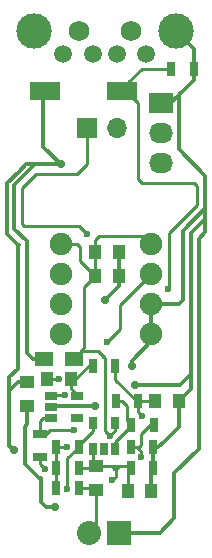
<source format=gbr>
G04 #@! TF.FileFunction,Copper,L2,Bot,Signal*
%FSLAX46Y46*%
G04 Gerber Fmt 4.6, Leading zero omitted, Abs format (unit mm)*
G04 Created by KiCad (PCBNEW 4.0.4-stable) date 01/28/17 22:02:24*
%MOMM*%
%LPD*%
G01*
G04 APERTURE LIST*
%ADD10C,0.100000*%
%ADD11R,2.500000X1.600000*%
%ADD12R,0.700000X1.300000*%
%ADD13R,1.000000X1.250000*%
%ADD14C,1.905000*%
%ADD15R,1.500000X1.250000*%
%ADD16R,1.250000X1.000000*%
%ADD17C,1.750000*%
%ADD18C,1.501140*%
%ADD19C,2.999740*%
%ADD20R,2.032000X1.727200*%
%ADD21O,2.032000X1.727200*%
%ADD22R,2.032000X2.032000*%
%ADD23O,2.032000X2.032000*%
%ADD24R,1.300000X0.700000*%
%ADD25R,0.650000X1.060000*%
%ADD26R,1.060000X0.650000*%
%ADD27R,1.700000X1.700000*%
%ADD28O,1.700000X1.700000*%
%ADD29C,0.700000*%
%ADD30C,0.600000*%
%ADD31C,0.350000*%
%ADD32C,0.250000*%
G04 APERTURE END LIST*
D10*
D11*
X145760000Y-62480000D03*
X152260000Y-62480000D03*
D12*
X151730000Y-88750000D03*
X153630000Y-88750000D03*
D13*
X152000000Y-78190000D03*
X150000000Y-78190000D03*
D14*
X154740000Y-75480000D03*
X154740000Y-78020000D03*
X154740000Y-80560000D03*
X154740000Y-83100000D03*
X147120000Y-83100000D03*
X147120000Y-80560000D03*
X147120000Y-78020000D03*
X147120000Y-75480000D03*
D15*
X148160000Y-85190000D03*
X145660000Y-85190000D03*
D16*
X144260000Y-87190000D03*
X144260000Y-89190000D03*
D13*
X152010000Y-76150000D03*
X150010000Y-76150000D03*
D12*
X158350000Y-60610000D03*
X156450000Y-60610000D03*
D16*
X150090000Y-94280000D03*
X150090000Y-96280000D03*
D13*
X157080000Y-88750000D03*
X155080000Y-88750000D03*
X147930000Y-86930000D03*
X145930000Y-86930000D03*
X154750000Y-96340000D03*
X152750000Y-96340000D03*
D17*
X148600000Y-57400000D03*
X153000000Y-57400000D03*
D18*
X154300000Y-59400000D03*
X151800000Y-59400000D03*
X149800000Y-59400000D03*
X147300000Y-59400000D03*
D19*
X156800000Y-57400000D03*
X144800000Y-57400000D03*
D20*
X155570000Y-63570000D03*
D21*
X155570000Y-66110000D03*
X155570000Y-68650000D03*
D22*
X152030000Y-99910000D03*
D23*
X149490000Y-99910000D03*
D12*
X154900000Y-92670000D03*
X153000000Y-92670000D03*
X148600000Y-96150000D03*
X146700000Y-96150000D03*
X146700000Y-94390000D03*
X148600000Y-94390000D03*
X148600000Y-92640000D03*
X146700000Y-92640000D03*
X154950000Y-90790000D03*
X153050000Y-90790000D03*
X152990000Y-94430000D03*
X154890000Y-94430000D03*
D24*
X145320000Y-93480000D03*
X145320000Y-91580000D03*
D12*
X151690000Y-85770000D03*
X149790000Y-85770000D03*
D25*
X151680000Y-92790000D03*
X150730000Y-92790000D03*
X149780000Y-92790000D03*
X149780000Y-90590000D03*
X151680000Y-90590000D03*
D26*
X146240000Y-90230000D03*
X146240000Y-89280000D03*
X146240000Y-88330000D03*
X148440000Y-88330000D03*
X148440000Y-90230000D03*
D27*
X149290000Y-65610000D03*
D28*
X151830000Y-65610000D03*
D29*
X150830000Y-80180000D03*
X150020000Y-89210000D03*
X153340000Y-87420000D03*
X146590000Y-97700000D03*
X153100000Y-85760000D03*
X143090000Y-92950000D03*
X147080000Y-68720000D03*
D30*
X147650000Y-92690000D03*
X151230000Y-91700000D03*
X156120000Y-79240000D03*
X149310000Y-74630000D03*
X151450000Y-95440000D03*
X147420000Y-88270000D03*
X148180000Y-91230000D03*
X146890000Y-86910000D03*
X150970000Y-83790000D03*
X153980000Y-90020000D03*
X145760000Y-94510000D03*
X153910000Y-93540000D03*
X147630000Y-96240000D03*
D31*
X152000000Y-78190000D02*
X152000000Y-79010000D01*
X152000000Y-79010000D02*
X150830000Y-80180000D01*
X152030000Y-99910000D02*
X155470000Y-99910000D01*
X158760000Y-81830000D02*
X158760000Y-75580000D01*
X158760000Y-75020000D02*
X159330000Y-74450000D01*
X159330000Y-74450000D02*
X159330000Y-73340000D01*
X158760000Y-75580000D02*
X158760000Y-75020000D01*
X158760000Y-84690000D02*
X158760000Y-81830000D01*
X158760000Y-92830000D02*
X158760000Y-84690000D01*
X156710000Y-94880000D02*
X158760000Y-92830000D01*
X156710000Y-98670000D02*
X156710000Y-94880000D01*
X155470000Y-99910000D02*
X156710000Y-98670000D01*
X144260000Y-89190000D02*
X144260000Y-90740000D01*
X144050000Y-94080000D02*
X145390000Y-95420000D01*
X144050000Y-90950000D02*
X144050000Y-94080000D01*
X144260000Y-90740000D02*
X144050000Y-90950000D01*
X146330000Y-89250000D02*
X146370000Y-89210000D01*
X146370000Y-89210000D02*
X150020000Y-89210000D01*
X158110000Y-86480000D02*
X157190000Y-87400000D01*
X154170000Y-87400000D02*
X157190000Y-87400000D01*
X153360000Y-87400000D02*
X154170000Y-87400000D01*
X153340000Y-87420000D02*
X153360000Y-87400000D01*
X157080000Y-88750000D02*
X158110000Y-87720000D01*
X158110000Y-87720000D02*
X158110000Y-86480000D01*
X158110000Y-74560000D02*
X159330000Y-73340000D01*
X158110000Y-86480000D02*
X158110000Y-84600000D01*
X158110000Y-74680000D02*
X158110000Y-74560000D01*
X158110000Y-84600000D02*
X158110000Y-74750000D01*
X158110000Y-74750000D02*
X158110000Y-74680000D01*
X155880000Y-92140000D02*
X157080000Y-90940000D01*
X154900000Y-92670000D02*
X155350000Y-92670000D01*
X155350000Y-92670000D02*
X155880000Y-92140000D01*
X157080000Y-90940000D02*
X157080000Y-88750000D01*
X145810000Y-97700000D02*
X146590000Y-97700000D01*
X145390000Y-97280000D02*
X145810000Y-97700000D01*
X145390000Y-95280000D02*
X145390000Y-95420000D01*
X145390000Y-95420000D02*
X145390000Y-97280000D01*
X154890000Y-94430000D02*
X154890000Y-92680000D01*
X154890000Y-92680000D02*
X154900000Y-92670000D01*
X154750000Y-96340000D02*
X154750000Y-94570000D01*
X154750000Y-94570000D02*
X154890000Y-94430000D01*
X159330000Y-69680000D02*
X157090000Y-67440000D01*
X159330000Y-72450000D02*
X159330000Y-69680000D01*
X157190000Y-62720000D02*
X157190000Y-62730000D01*
X157090000Y-62820000D02*
X157190000Y-62720000D01*
X157090000Y-67440000D02*
X157090000Y-62820000D01*
X152000000Y-78220000D02*
X152200000Y-78220000D01*
X154740000Y-80560000D02*
X157080000Y-80560000D01*
X157080000Y-80560000D02*
X157455000Y-80185000D01*
X157455000Y-80185000D02*
X157455000Y-78445000D01*
X157455000Y-78445000D02*
X157455000Y-74325000D01*
X157455000Y-74325000D02*
X157505000Y-74275000D01*
X157505000Y-74275000D02*
X159330000Y-72450000D01*
X154740000Y-83100000D02*
X154740000Y-80560000D01*
X154740000Y-83100000D02*
X154740000Y-83700000D01*
X154740000Y-83700000D02*
X153100000Y-85340000D01*
X153100000Y-85760000D02*
X153100000Y-85340000D01*
X155320000Y-63560000D02*
X156360000Y-63560000D01*
X156360000Y-63560000D02*
X157000000Y-62920000D01*
X157010000Y-62910000D02*
X157190000Y-62730000D01*
X157000000Y-62920000D02*
X157010000Y-62910000D01*
X158350000Y-60610000D02*
X158350000Y-58950000D01*
X158350000Y-58950000D02*
X156800000Y-57400000D01*
X158350000Y-61530000D02*
X158350000Y-60610000D01*
X158370000Y-61550000D02*
X158350000Y-61530000D01*
X157190000Y-62730000D02*
X158370000Y-61550000D01*
X159330000Y-73340000D02*
X159330000Y-72450000D01*
X157455000Y-78445000D02*
X157460000Y-78440000D01*
X157460000Y-78440000D02*
X157460000Y-78430000D01*
X152000000Y-78220000D02*
X152000000Y-76320000D01*
X152000000Y-76320000D02*
X152010000Y-76310000D01*
X144260000Y-87190000D02*
X143470000Y-87190000D01*
X143470000Y-87190000D02*
X142730000Y-87930000D01*
X142730000Y-92310000D02*
X142730000Y-92590000D01*
X143480000Y-86010000D02*
X142730000Y-86760000D01*
X142730000Y-86760000D02*
X142730000Y-87930000D01*
X142730000Y-87930000D02*
X142730000Y-92310000D01*
X143480000Y-75510000D02*
X143480000Y-86010000D01*
X142730000Y-92590000D02*
X143090000Y-92950000D01*
X144190000Y-84660000D02*
X144720000Y-85190000D01*
X144190000Y-75530000D02*
X144190000Y-75240000D01*
X144891470Y-68730000D02*
X143160000Y-70461470D01*
X143160000Y-74210000D02*
X143160000Y-70461470D01*
X144190000Y-75240000D02*
X143160000Y-74210000D01*
X144190000Y-84140000D02*
X144190000Y-84660000D01*
X144190000Y-84140000D02*
X144190000Y-75530000D01*
X144720000Y-85190000D02*
X145660000Y-85190000D01*
X147080000Y-68720000D02*
X145580000Y-67220000D01*
X145580000Y-67220000D02*
X145580000Y-62720000D01*
X145710000Y-62590000D02*
X145580000Y-62720000D01*
X143510000Y-75510000D02*
X143480000Y-75510000D01*
X143480000Y-75510000D02*
X143460000Y-75510000D01*
X142540000Y-70330000D02*
X143510000Y-69360000D01*
X147080000Y-68720000D02*
X147070000Y-68730000D01*
X147070000Y-68730000D02*
X144740000Y-68730000D01*
X144740000Y-68730000D02*
X144140000Y-68730000D01*
X143510000Y-69360000D02*
X144140000Y-68730000D01*
X143460000Y-75510000D02*
X142540000Y-74590000D01*
X142540000Y-74590000D02*
X142540000Y-70330000D01*
D32*
X151230000Y-91700000D02*
X150820000Y-91290000D01*
X150820000Y-85140000D02*
X150240000Y-84560000D01*
X150820000Y-91290000D02*
X150820000Y-85140000D01*
X148790000Y-84560000D02*
X149090000Y-84260000D01*
X149090000Y-84260000D02*
X149090000Y-83070000D01*
X150680000Y-85000000D02*
X150240000Y-84560000D01*
X150240000Y-84560000D02*
X148790000Y-84560000D01*
X148790000Y-84560000D02*
X148160000Y-85190000D01*
X149090000Y-83070000D02*
X149050000Y-83030000D01*
X149050000Y-79140000D02*
X150000000Y-78190000D01*
X149050000Y-83030000D02*
X149050000Y-79140000D01*
X151680000Y-90590000D02*
X151680000Y-91250000D01*
X147650000Y-92690000D02*
X146750000Y-92690000D01*
X151680000Y-91250000D02*
X151230000Y-91700000D01*
X146750000Y-92690000D02*
X146700000Y-92640000D01*
X146700000Y-94390000D02*
X146700000Y-92640000D01*
X146700000Y-96150000D02*
X146700000Y-94390000D01*
X150010000Y-76150000D02*
X150010000Y-75100000D01*
X154060000Y-74800000D02*
X154740000Y-75480000D01*
X150310000Y-74800000D02*
X154060000Y-74800000D01*
X150010000Y-75100000D02*
X150310000Y-74800000D01*
X150000000Y-78190000D02*
X149990000Y-78190000D01*
X149990000Y-78190000D02*
X148700000Y-76900000D01*
X148480000Y-75480000D02*
X147120000Y-75480000D01*
X148700000Y-75700000D02*
X148480000Y-75480000D01*
X148700000Y-76900000D02*
X148700000Y-75700000D01*
X150000000Y-78220000D02*
X149770000Y-78220000D01*
X150000000Y-78220000D02*
X150000000Y-76320000D01*
X150000000Y-76320000D02*
X150010000Y-76310000D01*
X150010000Y-76310000D02*
X150010000Y-75860000D01*
X158625000Y-72165000D02*
X158625000Y-70545002D01*
X153620000Y-69970000D02*
X153920000Y-70270000D01*
X153620000Y-63570000D02*
X152770000Y-62720000D01*
X153620000Y-63570000D02*
X153620000Y-69740000D01*
X153620000Y-69740000D02*
X153620000Y-69970000D01*
X153920000Y-70270000D02*
X158349998Y-70270000D01*
X158625000Y-70545002D02*
X158349998Y-70270000D01*
X156230000Y-74560000D02*
X158625000Y-72165000D01*
X156230000Y-79130000D02*
X156230000Y-74560000D01*
X156120000Y-79240000D02*
X156230000Y-79130000D01*
X158625000Y-72165000D02*
X158629999Y-72160001D01*
X152770000Y-62720000D02*
X152770000Y-61770000D01*
X152770000Y-61770000D02*
X153930000Y-60610000D01*
X153930000Y-60610000D02*
X156450000Y-60610000D01*
X149310000Y-74630000D02*
X148640000Y-73960000D01*
X148640000Y-73960000D02*
X145350000Y-73960000D01*
X143760002Y-70709998D02*
X144790002Y-69679998D01*
X145350000Y-73960000D02*
X143950002Y-73960000D01*
X143760002Y-73770000D02*
X143760002Y-70990000D01*
X143950002Y-73960000D02*
X143760002Y-73770000D01*
X149280000Y-65840000D02*
X149280000Y-68720000D01*
X148480000Y-69520000D02*
X149280000Y-68720000D01*
X144950000Y-69520000D02*
X148480000Y-69520000D01*
X144790002Y-69679998D02*
X144950000Y-69520000D01*
X143760002Y-70990000D02*
X143760002Y-70709998D01*
X151450000Y-95440000D02*
X151720000Y-95170000D01*
X151720000Y-94530000D02*
X151720000Y-95170000D01*
X147420000Y-88270000D02*
X146360000Y-88270000D01*
X146360000Y-88270000D02*
X146330000Y-88300000D01*
X151730000Y-94500000D02*
X151620000Y-94500000D01*
X151620000Y-94500000D02*
X151400000Y-94280000D01*
X151720000Y-94500000D02*
X151730000Y-94500000D01*
X151730000Y-94500000D02*
X151790000Y-94500000D01*
X151790000Y-94500000D02*
X152010000Y-94280000D01*
X151720000Y-94530000D02*
X151720000Y-94500000D01*
X151720000Y-94500000D02*
X151720000Y-94430000D01*
X151720000Y-94430000D02*
X151570000Y-94280000D01*
X151720000Y-94530000D02*
X151720000Y-94280000D01*
X151570000Y-94270000D02*
X151570000Y-94280000D01*
X151570000Y-94280000D02*
X151570000Y-94270000D01*
X151570000Y-94270000D02*
X151570000Y-94280000D01*
X152750000Y-96340000D02*
X152750000Y-94670000D01*
X152750000Y-94670000D02*
X152990000Y-94430000D01*
X150090000Y-94280000D02*
X151400000Y-94280000D01*
X151400000Y-94280000D02*
X151570000Y-94280000D01*
X151570000Y-94280000D02*
X151720000Y-94280000D01*
X151720000Y-94280000D02*
X152010000Y-94280000D01*
X152010000Y-94280000D02*
X152772890Y-94280000D01*
X149780000Y-92790000D02*
X149780000Y-93970000D01*
X149780000Y-93970000D02*
X150090000Y-94280000D01*
X149780000Y-93970000D02*
X150090000Y-94280000D01*
X148600000Y-94390000D02*
X149980000Y-94390000D01*
X149980000Y-94390000D02*
X150090000Y-94280000D01*
X150090000Y-99310000D02*
X150090000Y-98750000D01*
X150090000Y-98750000D02*
X150090000Y-96280000D01*
X150090000Y-99310000D02*
X149490000Y-99910000D01*
X148600000Y-96150000D02*
X149960000Y-96150000D01*
X149960000Y-96150000D02*
X150090000Y-96280000D01*
X148530000Y-88300000D02*
X147930000Y-87700000D01*
X147930000Y-87700000D02*
X147930000Y-86930000D01*
X147930000Y-86930000D02*
X148270000Y-86930000D01*
X148270000Y-86930000D02*
X149430000Y-85770000D01*
X149430000Y-85770000D02*
X149790000Y-85770000D01*
X145320000Y-91580000D02*
X145320000Y-90430000D01*
X145550000Y-90200000D02*
X146330000Y-90200000D01*
X145320000Y-90430000D02*
X145550000Y-90200000D01*
X145860000Y-91580000D02*
X146210000Y-91230000D01*
X148180000Y-91230000D02*
X146210000Y-91230000D01*
X145860000Y-91580000D02*
X145320000Y-91580000D01*
X145930000Y-86930000D02*
X146870000Y-86930000D01*
X146870000Y-86930000D02*
X146890000Y-86910000D01*
X152100000Y-80660000D02*
X154740000Y-78020000D01*
X150970000Y-83790000D02*
X152100000Y-82660000D01*
X152100000Y-82660000D02*
X152100000Y-80660000D01*
X153630000Y-88750000D02*
X155080000Y-88750000D01*
X153630000Y-88750000D02*
X153630000Y-89670000D01*
X153630000Y-89670000D02*
X153980000Y-90020000D01*
X151690000Y-85770000D02*
X151690000Y-86940000D01*
X151690000Y-86940000D02*
X153500000Y-88750000D01*
X153500000Y-88750000D02*
X153630000Y-88750000D01*
X145320000Y-94070000D02*
X145760000Y-94510000D01*
X145320000Y-94070000D02*
X145320000Y-93480000D01*
X147650000Y-93590000D02*
X147630000Y-93610000D01*
X153910000Y-93540000D02*
X153910000Y-93040000D01*
X153540000Y-92670000D02*
X153910000Y-93040000D01*
X147650000Y-93590000D02*
X148600000Y-92640000D01*
X147630000Y-93610000D02*
X147630000Y-96240000D01*
X148600000Y-92640000D02*
X148600000Y-92520000D01*
X148600000Y-92520000D02*
X149780000Y-91340000D01*
X149780000Y-91340000D02*
X149780000Y-90590000D01*
X154950000Y-90790000D02*
X154660000Y-90790000D01*
X154660000Y-90790000D02*
X153870000Y-91580000D01*
X153870000Y-91580000D02*
X153870000Y-92520000D01*
X153870000Y-92520000D02*
X153720000Y-92670000D01*
X153720000Y-92670000D02*
X153540000Y-92670000D01*
X153540000Y-92670000D02*
X153000000Y-92670000D01*
X151730000Y-88750000D02*
X152230000Y-88750000D01*
X152670000Y-90410000D02*
X153050000Y-90790000D01*
X152670000Y-89190000D02*
X152670000Y-90410000D01*
X152230000Y-88750000D02*
X152670000Y-89190000D01*
X153050000Y-90500000D02*
X153050000Y-90790000D01*
X153050000Y-90790000D02*
X153050000Y-90490000D01*
X153050000Y-90790000D02*
X153050000Y-90840000D01*
X153050000Y-90840000D02*
X151680000Y-92210000D01*
X151680000Y-92210000D02*
X151680000Y-92790000D01*
M02*

</source>
